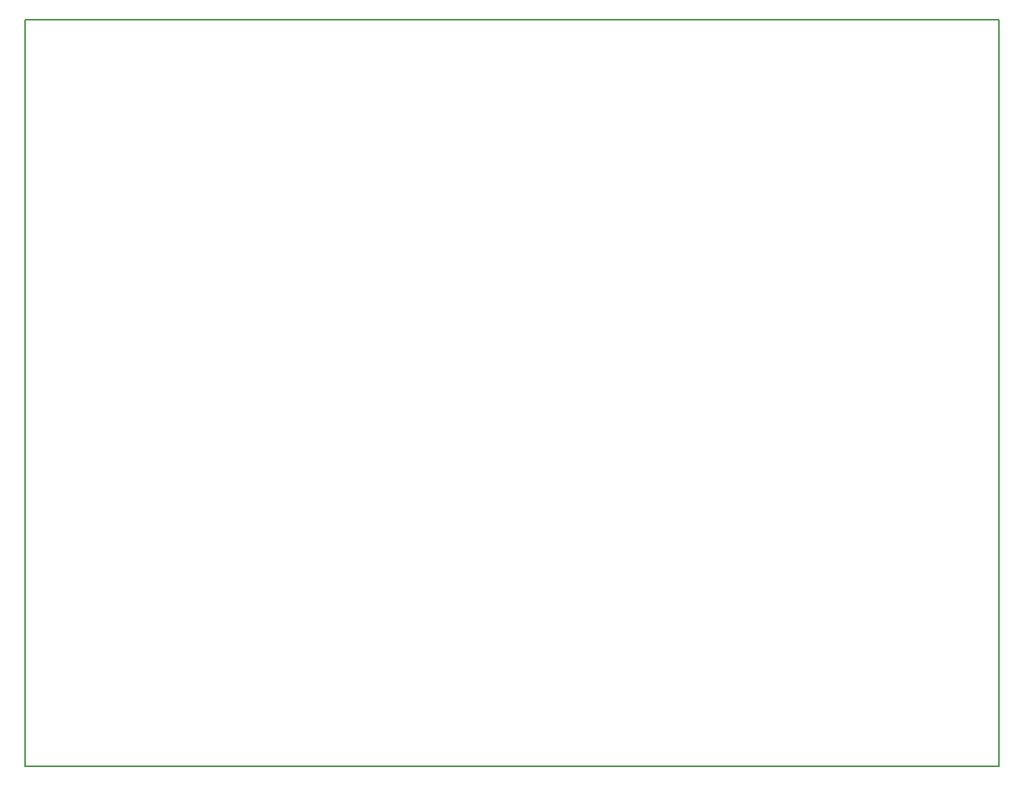
<source format=gm1>
G04 MADE WITH FRITZING*
G04 WWW.FRITZING.ORG*
G04 DOUBLE SIDED*
G04 HOLES PLATED*
G04 CONTOUR ON CENTER OF CONTOUR VECTOR*
%ASAXBY*%
%FSLAX23Y23*%
%MOIN*%
%OFA0B0*%
%SFA1.0B1.0*%
%ADD10R,4.279540X3.288070*%
%ADD11C,0.008000*%
%ADD10C,0.008*%
%LNCONTOUR*%
G90*
G70*
G54D10*
G54D11*
X4Y3284D02*
X4276Y3284D01*
X4276Y4D01*
X4Y4D01*
X4Y3284D01*
D02*
G04 End of contour*
M02*
</source>
